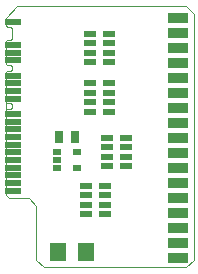
<source format=gts>
G04 EAGLE Gerber X2 export*
%TF.Part,Single*%
%TF.FileFunction,Other,solder mask top*%
%TF.FilePolarity,Positive*%
%TF.GenerationSoftware,Autodesk,EAGLE,9.5.2*%
%TF.CreationDate,2020-03-22T18:50:51Z*%
G75*
%MOMM*%
%FSLAX34Y34*%
%LPD*%
%INsolder mask top*%
%AMOC8*
5,1,8,0,0,1.08239X$1,22.5*%
G01*
%ADD10C,0.000000*%
%ADD11R,1.000000X0.600000*%
%ADD12R,1.371600X1.625600*%
%ADD13R,1.451600X0.551600*%
%ADD14R,1.701600X0.901600*%
%ADD15R,0.801600X0.501600*%
%ADD16R,0.801600X1.001600*%


D10*
X0Y-36000D02*
X3000Y-39000D01*
X19500Y-39000D01*
X26000Y-45500D01*
X26000Y-91000D01*
X32500Y-97500D01*
X152750Y-97500D01*
X159250Y-91000D01*
X159250Y117000D01*
X152750Y123500D01*
X10000Y123500D01*
X0Y113500D01*
X0Y107500D01*
X0Y94000D02*
X0Y75000D01*
X1000Y74000D01*
X4000Y74000D01*
X5000Y73000D01*
X5000Y70000D02*
X4000Y69000D01*
X1000Y69000D01*
X0Y68000D01*
X5000Y70000D02*
X5000Y73000D01*
X0Y68000D02*
X0Y42500D01*
X1000Y41500D01*
X4000Y41500D01*
X5000Y40500D01*
X5000Y37500D02*
X4000Y36500D01*
X1000Y36500D01*
X0Y35500D01*
X5000Y37500D02*
X5000Y40500D01*
X0Y42000D02*
X0Y35500D01*
X0Y-36000D01*
X1000Y106500D02*
X0Y107500D01*
X1000Y106500D02*
X4000Y106500D01*
X5000Y105500D01*
X5000Y96000D01*
X4000Y95000D01*
X1000Y95000D01*
X0Y94000D01*
D11*
X71750Y100500D03*
X71750Y92500D03*
X71750Y84500D03*
X71750Y76500D03*
X87750Y76500D03*
X87750Y84500D03*
X87750Y92500D03*
X87750Y100500D03*
X71750Y58500D03*
X71750Y50500D03*
X71750Y42500D03*
X71750Y34500D03*
X87750Y34500D03*
X87750Y42500D03*
X87750Y50500D03*
X87750Y58500D03*
X86250Y12250D03*
X86250Y4250D03*
X86250Y-3750D03*
X86250Y-11750D03*
X102250Y-11750D03*
X102250Y-3750D03*
X102250Y4250D03*
X102250Y12250D03*
D12*
X44000Y-84500D03*
X68000Y-84000D03*
D13*
X6500Y0D03*
X6500Y6500D03*
X6500Y19500D03*
X6500Y26000D03*
X6500Y32500D03*
X6500Y45500D03*
X6500Y52000D03*
X6500Y58500D03*
X6500Y65000D03*
X6500Y78000D03*
X6500Y84500D03*
X6500Y91000D03*
X6500Y-6500D03*
X6500Y-19500D03*
X6500Y-26000D03*
X6500Y-32500D03*
D11*
X84250Y-52500D03*
X84250Y-44500D03*
X84250Y-36500D03*
X84250Y-28500D03*
X68250Y-28500D03*
X68250Y-36500D03*
X68250Y-44500D03*
X68250Y-52500D03*
D13*
X6500Y110500D03*
D14*
X145600Y114000D03*
X145600Y101300D03*
X145600Y88600D03*
X145600Y75900D03*
X145600Y63200D03*
X145600Y50500D03*
X145600Y37800D03*
X145600Y25100D03*
X145600Y12400D03*
X145600Y-300D03*
X145600Y-13000D03*
X145600Y-25700D03*
X145600Y-38400D03*
X145600Y-51100D03*
X145600Y-63800D03*
X145600Y-76500D03*
X145600Y-89200D03*
D15*
X43500Y0D03*
X43500Y-6500D03*
X43500Y-13000D03*
X60500Y-13000D03*
X60500Y0D03*
D16*
X45500Y13000D03*
X58500Y13000D03*
D13*
X6500Y13000D03*
X6500Y-13000D03*
M02*

</source>
